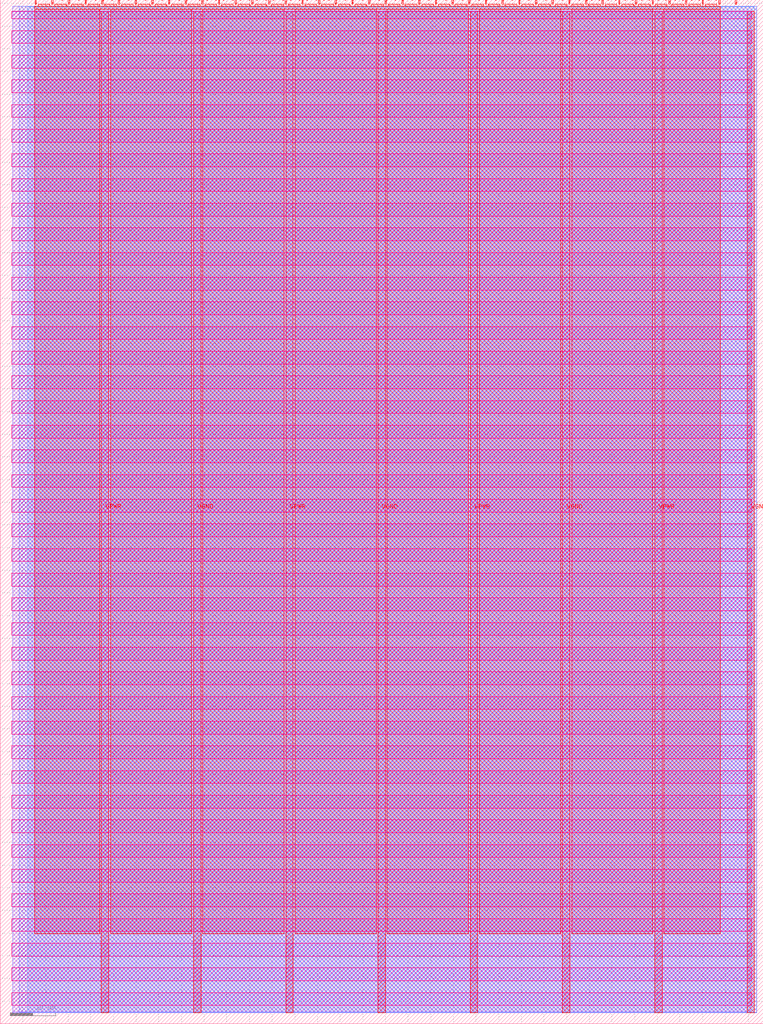
<source format=lef>
VERSION 5.7 ;
  NOWIREEXTENSIONATPIN ON ;
  DIVIDERCHAR "/" ;
  BUSBITCHARS "[]" ;
MACRO tt_um_machinaut_systolic
  CLASS BLOCK ;
  FOREIGN tt_um_machinaut_systolic ;
  ORIGIN 0.000 0.000 ;
  SIZE 168.360 BY 225.760 ;
  PIN VGND
    DIRECTION INOUT ;
    USE GROUND ;
    PORT
      LAYER met4 ;
        RECT 42.670 2.480 44.270 223.280 ;
    END
    PORT
      LAYER met4 ;
        RECT 83.380 2.480 84.980 223.280 ;
    END
    PORT
      LAYER met4 ;
        RECT 124.090 2.480 125.690 223.280 ;
    END
    PORT
      LAYER met4 ;
        RECT 164.800 2.480 166.400 223.280 ;
    END
  END VGND
  PIN VPWR
    DIRECTION INOUT ;
    USE POWER ;
    PORT
      LAYER met4 ;
        RECT 22.315 2.480 23.915 223.280 ;
    END
    PORT
      LAYER met4 ;
        RECT 63.025 2.480 64.625 223.280 ;
    END
    PORT
      LAYER met4 ;
        RECT 103.735 2.480 105.335 223.280 ;
    END
    PORT
      LAYER met4 ;
        RECT 144.445 2.480 146.045 223.280 ;
    END
  END VPWR
  PIN clk
    DIRECTION INPUT ;
    USE SIGNAL ;
    ANTENNAGATEAREA 0.852000 ;
    PORT
      LAYER met4 ;
        RECT 158.550 224.760 158.850 225.760 ;
    END
  END clk
  PIN ena
    DIRECTION INPUT ;
    USE SIGNAL ;
    PORT
      LAYER met4 ;
        RECT 162.230 224.760 162.530 225.760 ;
    END
  END ena
  PIN rst_n
    DIRECTION INPUT ;
    USE SIGNAL ;
    ANTENNAGATEAREA 0.247500 ;
    PORT
      LAYER met4 ;
        RECT 154.870 224.760 155.170 225.760 ;
    END
  END rst_n
  PIN ui_in[0]
    DIRECTION INPUT ;
    USE SIGNAL ;
    ANTENNAGATEAREA 0.159000 ;
    PORT
      LAYER met4 ;
        RECT 151.190 224.760 151.490 225.760 ;
    END
  END ui_in[0]
  PIN ui_in[1]
    DIRECTION INPUT ;
    USE SIGNAL ;
    ANTENNAGATEAREA 0.159000 ;
    PORT
      LAYER met4 ;
        RECT 147.510 224.760 147.810 225.760 ;
    END
  END ui_in[1]
  PIN ui_in[2]
    DIRECTION INPUT ;
    USE SIGNAL ;
    ANTENNAGATEAREA 0.159000 ;
    PORT
      LAYER met4 ;
        RECT 143.830 224.760 144.130 225.760 ;
    END
  END ui_in[2]
  PIN ui_in[3]
    DIRECTION INPUT ;
    USE SIGNAL ;
    ANTENNAGATEAREA 0.159000 ;
    PORT
      LAYER met4 ;
        RECT 140.150 224.760 140.450 225.760 ;
    END
  END ui_in[3]
  PIN ui_in[4]
    DIRECTION INPUT ;
    USE SIGNAL ;
    ANTENNAGATEAREA 0.159000 ;
    PORT
      LAYER met4 ;
        RECT 136.470 224.760 136.770 225.760 ;
    END
  END ui_in[4]
  PIN ui_in[5]
    DIRECTION INPUT ;
    USE SIGNAL ;
    ANTENNAGATEAREA 0.213000 ;
    PORT
      LAYER met4 ;
        RECT 132.790 224.760 133.090 225.760 ;
    END
  END ui_in[5]
  PIN ui_in[6]
    DIRECTION INPUT ;
    USE SIGNAL ;
    ANTENNAGATEAREA 0.159000 ;
    PORT
      LAYER met4 ;
        RECT 129.110 224.760 129.410 225.760 ;
    END
  END ui_in[6]
  PIN ui_in[7]
    DIRECTION INPUT ;
    USE SIGNAL ;
    ANTENNAGATEAREA 0.159000 ;
    PORT
      LAYER met4 ;
        RECT 125.430 224.760 125.730 225.760 ;
    END
  END ui_in[7]
  PIN uio_in[0]
    DIRECTION INPUT ;
    USE SIGNAL ;
    PORT
      LAYER met4 ;
        RECT 121.750 224.760 122.050 225.760 ;
    END
  END uio_in[0]
  PIN uio_in[1]
    DIRECTION INPUT ;
    USE SIGNAL ;
    PORT
      LAYER met4 ;
        RECT 118.070 224.760 118.370 225.760 ;
    END
  END uio_in[1]
  PIN uio_in[2]
    DIRECTION INPUT ;
    USE SIGNAL ;
    ANTENNAGATEAREA 0.126000 ;
    PORT
      LAYER met4 ;
        RECT 114.390 224.760 114.690 225.760 ;
    END
  END uio_in[2]
  PIN uio_in[3]
    DIRECTION INPUT ;
    USE SIGNAL ;
    ANTENNAGATEAREA 0.126000 ;
    PORT
      LAYER met4 ;
        RECT 110.710 224.760 111.010 225.760 ;
    END
  END uio_in[3]
  PIN uio_in[4]
    DIRECTION INPUT ;
    USE SIGNAL ;
    PORT
      LAYER met4 ;
        RECT 107.030 224.760 107.330 225.760 ;
    END
  END uio_in[4]
  PIN uio_in[5]
    DIRECTION INPUT ;
    USE SIGNAL ;
    PORT
      LAYER met4 ;
        RECT 103.350 224.760 103.650 225.760 ;
    END
  END uio_in[5]
  PIN uio_in[6]
    DIRECTION INPUT ;
    USE SIGNAL ;
    PORT
      LAYER met4 ;
        RECT 99.670 224.760 99.970 225.760 ;
    END
  END uio_in[6]
  PIN uio_in[7]
    DIRECTION INPUT ;
    USE SIGNAL ;
    PORT
      LAYER met4 ;
        RECT 95.990 224.760 96.290 225.760 ;
    END
  END uio_in[7]
  PIN uio_oe[0]
    DIRECTION OUTPUT TRISTATE ;
    USE SIGNAL ;
    ANTENNADIFFAREA 0.795200 ;
    PORT
      LAYER met4 ;
        RECT 33.430 224.760 33.730 225.760 ;
    END
  END uio_oe[0]
  PIN uio_oe[1]
    DIRECTION OUTPUT TRISTATE ;
    USE SIGNAL ;
    ANTENNADIFFAREA 0.445500 ;
    PORT
      LAYER met4 ;
        RECT 29.750 224.760 30.050 225.760 ;
    END
  END uio_oe[1]
  PIN uio_oe[2]
    DIRECTION OUTPUT TRISTATE ;
    USE SIGNAL ;
    PORT
      LAYER met4 ;
        RECT 26.070 224.760 26.370 225.760 ;
    END
  END uio_oe[2]
  PIN uio_oe[3]
    DIRECTION OUTPUT TRISTATE ;
    USE SIGNAL ;
    PORT
      LAYER met4 ;
        RECT 22.390 224.760 22.690 225.760 ;
    END
  END uio_oe[3]
  PIN uio_oe[4]
    DIRECTION OUTPUT TRISTATE ;
    USE SIGNAL ;
    PORT
      LAYER met4 ;
        RECT 18.710 224.760 19.010 225.760 ;
    END
  END uio_oe[4]
  PIN uio_oe[5]
    DIRECTION OUTPUT TRISTATE ;
    USE SIGNAL ;
    PORT
      LAYER met4 ;
        RECT 15.030 224.760 15.330 225.760 ;
    END
  END uio_oe[5]
  PIN uio_oe[6]
    DIRECTION OUTPUT TRISTATE ;
    USE SIGNAL ;
    PORT
      LAYER met4 ;
        RECT 11.350 224.760 11.650 225.760 ;
    END
  END uio_oe[6]
  PIN uio_oe[7]
    DIRECTION OUTPUT TRISTATE ;
    USE SIGNAL ;
    PORT
      LAYER met4 ;
        RECT 7.670 224.760 7.970 225.760 ;
    END
  END uio_oe[7]
  PIN uio_out[0]
    DIRECTION OUTPUT TRISTATE ;
    USE SIGNAL ;
    ANTENNADIFFAREA 0.795200 ;
    PORT
      LAYER met4 ;
        RECT 62.870 224.760 63.170 225.760 ;
    END
  END uio_out[0]
  PIN uio_out[1]
    DIRECTION OUTPUT TRISTATE ;
    USE SIGNAL ;
    ANTENNADIFFAREA 0.911000 ;
    PORT
      LAYER met4 ;
        RECT 59.190 224.760 59.490 225.760 ;
    END
  END uio_out[1]
  PIN uio_out[2]
    DIRECTION OUTPUT TRISTATE ;
    USE SIGNAL ;
    PORT
      LAYER met4 ;
        RECT 55.510 224.760 55.810 225.760 ;
    END
  END uio_out[2]
  PIN uio_out[3]
    DIRECTION OUTPUT TRISTATE ;
    USE SIGNAL ;
    PORT
      LAYER met4 ;
        RECT 51.830 224.760 52.130 225.760 ;
    END
  END uio_out[3]
  PIN uio_out[4]
    DIRECTION OUTPUT TRISTATE ;
    USE SIGNAL ;
    PORT
      LAYER met4 ;
        RECT 48.150 224.760 48.450 225.760 ;
    END
  END uio_out[4]
  PIN uio_out[5]
    DIRECTION OUTPUT TRISTATE ;
    USE SIGNAL ;
    PORT
      LAYER met4 ;
        RECT 44.470 224.760 44.770 225.760 ;
    END
  END uio_out[5]
  PIN uio_out[6]
    DIRECTION OUTPUT TRISTATE ;
    USE SIGNAL ;
    PORT
      LAYER met4 ;
        RECT 40.790 224.760 41.090 225.760 ;
    END
  END uio_out[6]
  PIN uio_out[7]
    DIRECTION OUTPUT TRISTATE ;
    USE SIGNAL ;
    PORT
      LAYER met4 ;
        RECT 37.110 224.760 37.410 225.760 ;
    END
  END uio_out[7]
  PIN uo_out[0]
    DIRECTION OUTPUT TRISTATE ;
    USE SIGNAL ;
    ANTENNADIFFAREA 0.911000 ;
    PORT
      LAYER met4 ;
        RECT 92.310 224.760 92.610 225.760 ;
    END
  END uo_out[0]
  PIN uo_out[1]
    DIRECTION OUTPUT TRISTATE ;
    USE SIGNAL ;
    ANTENNADIFFAREA 0.911000 ;
    PORT
      LAYER met4 ;
        RECT 88.630 224.760 88.930 225.760 ;
    END
  END uo_out[1]
  PIN uo_out[2]
    DIRECTION OUTPUT TRISTATE ;
    USE SIGNAL ;
    ANTENNADIFFAREA 0.911000 ;
    PORT
      LAYER met4 ;
        RECT 84.950 224.760 85.250 225.760 ;
    END
  END uo_out[2]
  PIN uo_out[3]
    DIRECTION OUTPUT TRISTATE ;
    USE SIGNAL ;
    ANTENNADIFFAREA 1.242000 ;
    PORT
      LAYER met4 ;
        RECT 81.270 224.760 81.570 225.760 ;
    END
  END uo_out[3]
  PIN uo_out[4]
    DIRECTION OUTPUT TRISTATE ;
    USE SIGNAL ;
    ANTENNADIFFAREA 0.911000 ;
    PORT
      LAYER met4 ;
        RECT 77.590 224.760 77.890 225.760 ;
    END
  END uo_out[4]
  PIN uo_out[5]
    DIRECTION OUTPUT TRISTATE ;
    USE SIGNAL ;
    ANTENNADIFFAREA 0.795200 ;
    PORT
      LAYER met4 ;
        RECT 73.910 224.760 74.210 225.760 ;
    END
  END uo_out[5]
  PIN uo_out[6]
    DIRECTION OUTPUT TRISTATE ;
    USE SIGNAL ;
    ANTENNADIFFAREA 0.911000 ;
    PORT
      LAYER met4 ;
        RECT 70.230 224.760 70.530 225.760 ;
    END
  END uo_out[6]
  PIN uo_out[7]
    DIRECTION OUTPUT TRISTATE ;
    USE SIGNAL ;
    ANTENNADIFFAREA 0.795200 ;
    PORT
      LAYER met4 ;
        RECT 66.550 224.760 66.850 225.760 ;
    END
  END uo_out[7]
  OBS
      LAYER nwell ;
        RECT 2.570 221.625 165.790 223.230 ;
        RECT 2.570 216.185 165.790 219.015 ;
        RECT 2.570 210.745 165.790 213.575 ;
        RECT 2.570 205.305 165.790 208.135 ;
        RECT 2.570 199.865 165.790 202.695 ;
        RECT 2.570 194.425 165.790 197.255 ;
        RECT 2.570 188.985 165.790 191.815 ;
        RECT 2.570 183.545 165.790 186.375 ;
        RECT 2.570 178.105 165.790 180.935 ;
        RECT 2.570 172.665 165.790 175.495 ;
        RECT 2.570 167.225 165.790 170.055 ;
        RECT 2.570 161.785 165.790 164.615 ;
        RECT 2.570 156.345 165.790 159.175 ;
        RECT 2.570 150.905 165.790 153.735 ;
        RECT 2.570 145.465 165.790 148.295 ;
        RECT 2.570 140.025 165.790 142.855 ;
        RECT 2.570 134.585 165.790 137.415 ;
        RECT 2.570 129.145 165.790 131.975 ;
        RECT 2.570 123.705 165.790 126.535 ;
        RECT 2.570 118.265 165.790 121.095 ;
        RECT 2.570 112.825 165.790 115.655 ;
        RECT 2.570 107.385 165.790 110.215 ;
        RECT 2.570 101.945 165.790 104.775 ;
        RECT 2.570 96.505 165.790 99.335 ;
        RECT 2.570 91.065 165.790 93.895 ;
        RECT 2.570 85.625 165.790 88.455 ;
        RECT 2.570 80.185 165.790 83.015 ;
        RECT 2.570 74.745 165.790 77.575 ;
        RECT 2.570 69.305 165.790 72.135 ;
        RECT 2.570 63.865 165.790 66.695 ;
        RECT 2.570 58.425 165.790 61.255 ;
        RECT 2.570 52.985 165.790 55.815 ;
        RECT 2.570 47.545 165.790 50.375 ;
        RECT 2.570 42.105 165.790 44.935 ;
        RECT 2.570 36.665 165.790 39.495 ;
        RECT 2.570 31.225 165.790 34.055 ;
        RECT 2.570 25.785 165.790 28.615 ;
        RECT 2.570 20.345 165.790 23.175 ;
        RECT 2.570 14.905 165.790 17.735 ;
        RECT 2.570 9.465 165.790 12.295 ;
        RECT 2.570 4.025 165.790 6.855 ;
      LAYER li1 ;
        RECT 2.760 2.635 165.600 223.125 ;
      LAYER met1 ;
        RECT 2.760 2.480 166.910 224.360 ;
      LAYER met2 ;
        RECT 4.240 2.535 166.880 224.390 ;
      LAYER met3 ;
        RECT 6.045 2.555 166.390 224.225 ;
      LAYER met4 ;
        RECT 8.370 224.360 10.950 224.760 ;
        RECT 12.050 224.360 14.630 224.760 ;
        RECT 15.730 224.360 18.310 224.760 ;
        RECT 19.410 224.360 21.990 224.760 ;
        RECT 23.090 224.360 25.670 224.760 ;
        RECT 26.770 224.360 29.350 224.760 ;
        RECT 30.450 224.360 33.030 224.760 ;
        RECT 34.130 224.360 36.710 224.760 ;
        RECT 37.810 224.360 40.390 224.760 ;
        RECT 41.490 224.360 44.070 224.760 ;
        RECT 45.170 224.360 47.750 224.760 ;
        RECT 48.850 224.360 51.430 224.760 ;
        RECT 52.530 224.360 55.110 224.760 ;
        RECT 56.210 224.360 58.790 224.760 ;
        RECT 59.890 224.360 62.470 224.760 ;
        RECT 63.570 224.360 66.150 224.760 ;
        RECT 67.250 224.360 69.830 224.760 ;
        RECT 70.930 224.360 73.510 224.760 ;
        RECT 74.610 224.360 77.190 224.760 ;
        RECT 78.290 224.360 80.870 224.760 ;
        RECT 81.970 224.360 84.550 224.760 ;
        RECT 85.650 224.360 88.230 224.760 ;
        RECT 89.330 224.360 91.910 224.760 ;
        RECT 93.010 224.360 95.590 224.760 ;
        RECT 96.690 224.360 99.270 224.760 ;
        RECT 100.370 224.360 102.950 224.760 ;
        RECT 104.050 224.360 106.630 224.760 ;
        RECT 107.730 224.360 110.310 224.760 ;
        RECT 111.410 224.360 113.990 224.760 ;
        RECT 115.090 224.360 117.670 224.760 ;
        RECT 118.770 224.360 121.350 224.760 ;
        RECT 122.450 224.360 125.030 224.760 ;
        RECT 126.130 224.360 128.710 224.760 ;
        RECT 129.810 224.360 132.390 224.760 ;
        RECT 133.490 224.360 136.070 224.760 ;
        RECT 137.170 224.360 139.750 224.760 ;
        RECT 140.850 224.360 143.430 224.760 ;
        RECT 144.530 224.360 147.110 224.760 ;
        RECT 148.210 224.360 150.790 224.760 ;
        RECT 151.890 224.360 154.470 224.760 ;
        RECT 155.570 224.360 158.150 224.760 ;
        RECT 7.655 223.680 158.865 224.360 ;
        RECT 7.655 19.895 21.915 223.680 ;
        RECT 24.315 19.895 42.270 223.680 ;
        RECT 44.670 19.895 62.625 223.680 ;
        RECT 65.025 19.895 82.980 223.680 ;
        RECT 85.380 19.895 103.335 223.680 ;
        RECT 105.735 19.895 123.690 223.680 ;
        RECT 126.090 19.895 144.045 223.680 ;
        RECT 146.445 19.895 158.865 223.680 ;
  END
END tt_um_machinaut_systolic
END LIBRARY


</source>
